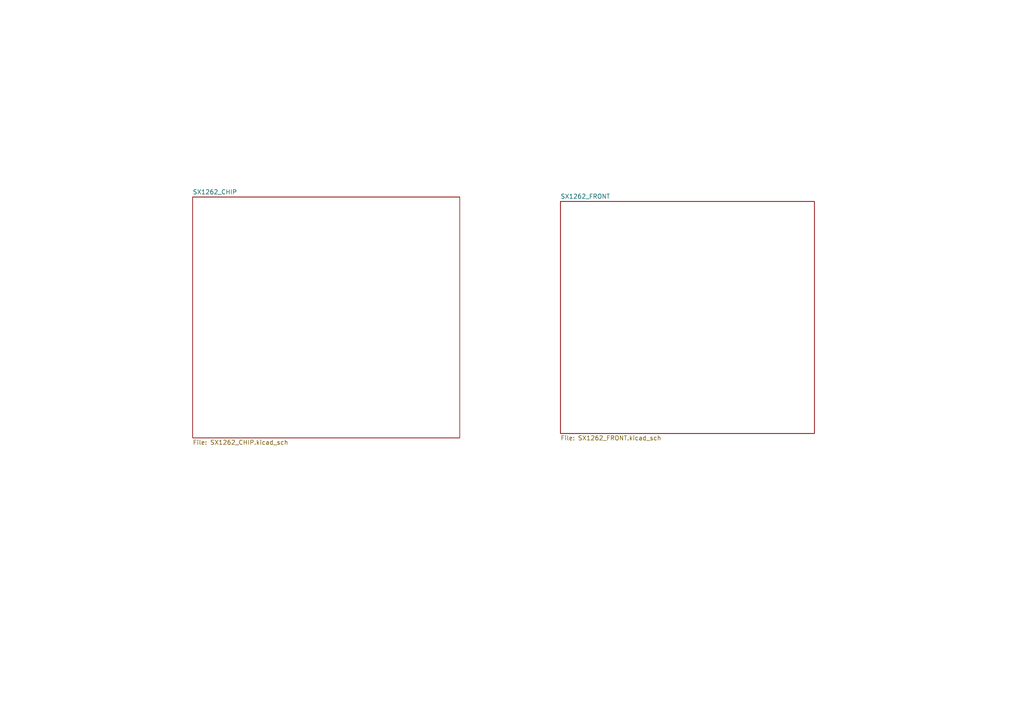
<source format=kicad_sch>
(kicad_sch
	(version 20231120)
	(generator "eeschema")
	(generator_version "8.0")
	(uuid "4a9cc9ec-e428-44b1-9ebf-81bf66d6efd4")
	(paper "A4")
	(lib_symbols)
	(sheet
		(at 55.88 57.15)
		(size 77.47 69.85)
		(fields_autoplaced yes)
		(stroke
			(width 0.1524)
			(type solid)
		)
		(fill
			(color 0 0 0 0.0000)
		)
		(uuid "68b3d6dd-1169-4488-a7d9-e99ab3ed5b3b")
		(property "Sheetname" "SX1262_CHIP"
			(at 55.88 56.4384 0)
			(effects
				(font
					(size 1.27 1.27)
				)
				(justify left bottom)
			)
		)
		(property "Sheetfile" "SX1262_CHIP.kicad_sch"
			(at 55.88 127.5846 0)
			(effects
				(font
					(size 1.27 1.27)
				)
				(justify left top)
			)
		)
		(instances
			(project "Receiver-MK1"
				(path "/4a9cc9ec-e428-44b1-9ebf-81bf66d6efd4"
					(page "2")
				)
			)
		)
	)
	(sheet
		(at 162.56 58.42)
		(size 73.66 67.31)
		(fields_autoplaced yes)
		(stroke
			(width 0.1524)
			(type solid)
		)
		(fill
			(color 0 0 0 0.0000)
		)
		(uuid "db576883-fa45-4ada-8923-70d0c4aeafa4")
		(property "Sheetname" "SX1262_FRONT"
			(at 162.56 57.7084 0)
			(effects
				(font
					(size 1.27 1.27)
				)
				(justify left bottom)
			)
		)
		(property "Sheetfile" "SX1262_FRONT.kicad_sch"
			(at 162.56 126.3146 0)
			(effects
				(font
					(size 1.27 1.27)
				)
				(justify left top)
			)
		)
		(instances
			(project "Receiver-MK1"
				(path "/4a9cc9ec-e428-44b1-9ebf-81bf66d6efd4"
					(page "3")
				)
			)
		)
	)
	(sheet_instances
		(path "/"
			(page "1")
		)
	)
)

</source>
